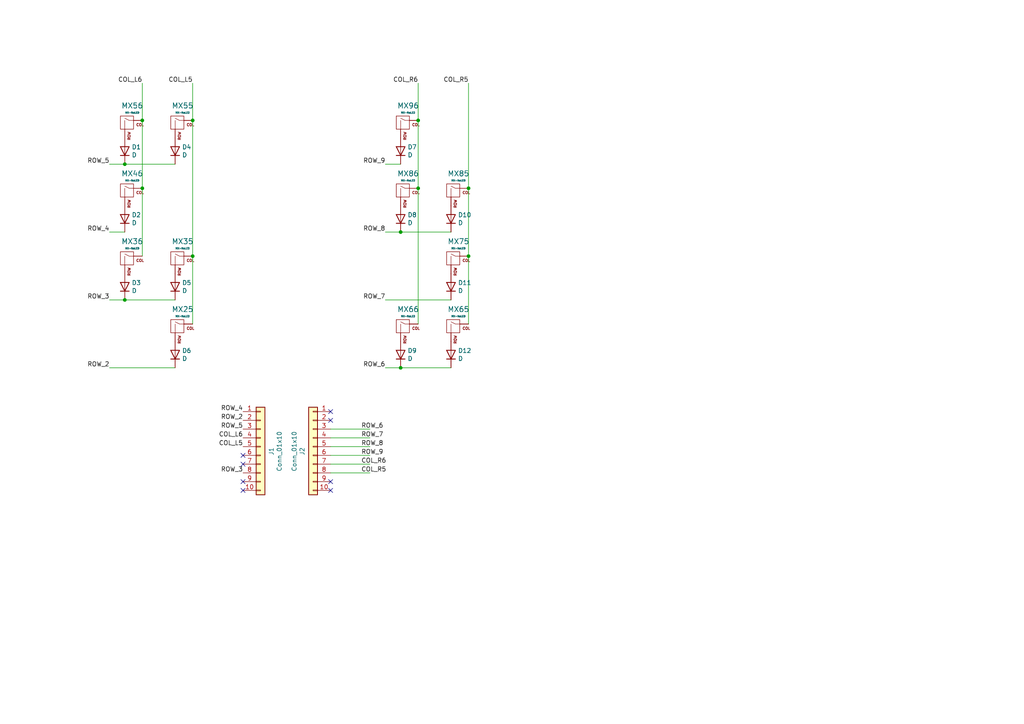
<source format=kicad_sch>
(kicad_sch (version 20250114) (generator "eeschema") (generator_version "9.0")
  (paper "A4")
  (title_block (title "PillzMod thumb cluster PCB") (date "2024-03-13") (rev "1") (company "dcpedit"))
  (lib_symbols
    (symbol "Device:D" (pin_numbers (hide yes)) (pin_names (offset 1.016) (hide yes))
      (property "Reference" "D" (at 0 2.54 0))
      (property "Value" "D" (at 0 -2.54 0))
      (symbol "D_0_1"
        (polyline (pts (xy -1.27 1.27) (xy -1.27 -1.27)) (stroke (width 0.254)))
        (polyline (pts (xy 1.27 1.27) (xy 1.27 -1.27) (xy -1.27 0) (xy 1.27 1.27)) (stroke (width 0.254)))
        (polyline (pts (xy 1.27 0) (xy -1.27 0)))
      )
      (symbol "D_1_1"
        (pin passive line (at -3.81 0 0) (length 2.54) (name "K") (number "1"))
        (pin passive line (at 3.81 0 180) (length 2.54) (name "A") (number "2"))
      )
    )
    (symbol "MX_Alps_Hybrid:MX-NoLED" (pin_names (offset 1.016))
      (property "Reference" "MX" (at -0.635 3.81 0))
      (property "Value" "MX-NoLED" (at -0.635 1.27 0))
      (symbol "MX-NoLED_0_0"
        (rectangle (start -2.54 2.54) (end 1.27 -1.27))
        (polyline (pts (xy -1.27 -1.27) (xy -1.27 1.27)) (stroke (width 0.127)))
        (polyline (pts (xy 1.27 1.27) (xy 0 1.27) (xy -1.27 1.905)) (stroke (width 0.127)))
        (text "ROW" (at 0 -1.905 900) (effects (font (size 0.762 0.762)) (justify right)))
        (text "COL" (at 3.175 0 0) (effects (font (size 0.762 0.762))))
      )
      (symbol "MX-NoLED_1_1"
        (pin passive line (at -1.27 -3.81 90) (length 2.54) (name "ROW") (number "2"))
        (pin passive line (at 3.81 1.27 180) (length 2.54) (name "COL") (number "1"))
      )
    )
    (symbol "kicad_port-rescue:Conn_01x10-Connector_Generic" (pin_names (offset 1.016) (hide yes))
      (property "Reference" "J" (at 0 12.7 0))
      (property "Value" "kicad_port-rescue_Conn_01x10-Connector_Generic" (at 0 -15.24 0))
      (symbol "Conn_01x10-Connector_Generic_1_1"
        (rectangle (start -1.27 11.43) (end 1.27 -13.97) (stroke (width 0.254)) (fill (type background)))
        (rectangle (start -1.27 10.287) (end 0 10.033) (stroke (width 0.1524)))
        (rectangle (start -1.27 7.747) (end 0 7.493) (stroke (width 0.1524)))
        (rectangle (start -1.27 5.207) (end 0 4.953) (stroke (width 0.1524)))
        (rectangle (start -1.27 2.667) (end 0 2.413) (stroke (width 0.1524)))
        (rectangle (start -1.27 0.127) (end 0 -0.127) (stroke (width 0.1524)))
        (rectangle (start -1.27 -2.413) (end 0 -2.667) (stroke (width 0.1524)))
        (rectangle (start -1.27 -4.953) (end 0 -5.207) (stroke (width 0.1524)))
        (rectangle (start -1.27 -7.493) (end 0 -7.747) (stroke (width 0.1524)))
        (rectangle (start -1.27 -10.033) (end 0 -10.287) (stroke (width 0.1524)))
        (rectangle (start -1.27 -12.573) (end 0 -12.827) (stroke (width 0.1524)))
        (pin passive line (at -5.08 10.16 0) (length 3.81) (name "Pin_1") (number "1"))
        (pin passive line (at -5.08 7.62 0) (length 3.81) (name "Pin_2") (number "2"))
        (pin passive line (at -5.08 5.08 0) (length 3.81) (name "Pin_3") (number "3"))
        (pin passive line (at -5.08 2.54 0) (length 3.81) (name "Pin_4") (number "4"))
        (pin passive line (at -5.08 0 0) (length 3.81) (name "Pin_5") (number "5"))
        (pin passive line (at -5.08 -2.54 0) (length 3.81) (name "Pin_6") (number "6"))
        (pin passive line (at -5.08 -5.08 0) (length 3.81) (name "Pin_7") (number "7"))
        (pin passive line (at -5.08 -7.62 0) (length 3.81) (name "Pin_8") (number "8"))
        (pin passive line (at -5.08 -10.16 0) (length 3.81) (name "Pin_9") (number "9"))
        (pin passive line (at -5.08 -12.7 0) (length 3.81) (name "Pin_10") (number "10"))
      )
    )
  )
  (junction (at 55.88 34.925))
  (junction (at 36.195 86.995))
  (junction (at 41.275 34.925))
  (junction (at 41.275 54.61))
  (junction (at 135.89 54.61))
  (junction (at 36.195 47.625))
  (junction (at 121.285 34.925))
  (junction (at 121.285 54.61))
  (junction (at 135.89 74.295))
  (junction (at 116.205 67.31))
  (junction (at 55.88 74.295))
  (junction (at 116.205 106.68))
  (no_connect (at 95.885 139.7))
  (no_connect (at 70.485 139.7))
  (no_connect (at 70.485 142.24))
  (no_connect (at 95.885 119.38))
  (no_connect (at 70.485 132.08))
  (no_connect (at 95.885 142.24))
  (no_connect (at 95.885 121.92))
  (no_connect (at 70.485 134.62))
  (wire (pts (xy 31.75 86.995) (xy 36.195 86.995)))
  (wire (pts (xy 41.275 54.61) (xy 41.275 74.295)))
  (wire (pts (xy 135.89 24.13) (xy 135.89 54.61)))
  (wire (pts (xy 111.76 67.31) (xy 116.205 67.31)))
  (wire (pts (xy 31.75 47.625) (xy 36.195 47.625)))
  (wire (pts (xy 55.88 24.13) (xy 55.88 34.925)))
  (wire (pts (xy 121.285 54.61) (xy 121.285 93.98)))
  (wire (pts (xy 55.88 74.295) (xy 55.88 93.98)))
  (wire (pts (xy 55.88 34.925) (xy 55.88 74.295)))
  (wire (pts (xy 31.75 106.68) (xy 50.8 106.68)))
  (wire (pts (xy 95.885 129.54) (xy 107.315 129.54)))
  (wire (pts (xy 111.76 47.625) (xy 116.205 47.625)))
  (wire (pts (xy 41.275 24.13) (xy 41.275 34.925)))
  (wire (pts (xy 135.89 54.61) (xy 135.89 74.295)))
  (wire (pts (xy 95.885 127) (xy 107.315 127)))
  (wire (pts (xy 41.275 34.925) (xy 41.275 54.61)))
  (wire (pts (xy 111.76 86.995) (xy 130.81 86.995)))
  (wire (pts (xy 36.195 47.625) (xy 50.8 47.625)))
  (wire (pts (xy 95.885 132.08) (xy 107.315 132.08)))
  (wire (pts (xy 36.195 86.995) (xy 50.8 86.995)))
  (wire (pts (xy 95.885 124.46) (xy 107.315 124.46)))
  (wire (pts (xy 121.285 34.925) (xy 121.285 54.61)))
  (wire (pts (xy 95.885 137.16) (xy 107.315 137.16)))
  (wire (pts (xy 121.285 24.13) (xy 121.285 34.925)))
  (wire (pts (xy 135.89 74.295) (xy 135.89 93.98)))
  (wire (pts (xy 31.75 67.31) (xy 36.195 67.31)))
  (wire (pts (xy 111.76 106.68) (xy 116.205 106.68)))
  (wire (pts (xy 116.205 67.31) (xy 130.81 67.31)))
  (wire (pts (xy 95.885 134.62) (xy 107.315 134.62)))
  (wire (pts (xy 116.205 106.68) (xy 130.81 106.68)))
  (label "COL_R6" (at 121.285 24.13 180))
  (label "COL_L5" (at 55.88 24.13 180))
  (label "COL_L6" (at 70.485 127 180))
  (label "ROW_3" (at 31.75 86.995 180))
  (label "COL_R6" (at 104.775 134.62 0))
  (label "ROW_6" (at 104.775 124.46 0))
  (label "ROW_9" (at 104.775 132.08 0))
  (label "ROW_3" (at 70.485 137.16 180))
  (label "COL_L6" (at 41.275 24.13 180))
  (label "ROW_7" (at 104.775 127 0))
  (label "ROW_4" (at 70.485 119.38 180))
  (label "ROW_5" (at 70.485 124.46 180))
  (label "ROW_6" (at 111.76 106.68 180))
  (label "COL_L5" (at 70.485 129.54 180))
  (label "ROW_2" (at 70.485 121.92 180))
  (label "ROW_7" (at 111.76 86.995 180))
  (label "ROW_2" (at 31.75 106.68 180))
  (label "ROW_9" (at 111.76 47.625 180))
  (label "ROW_4" (at 31.75 67.31 180))
  (label "ROW_8" (at 111.76 67.31 180))
  (label "ROW_8" (at 104.775 129.54 0))
  (label "COL_R5" (at 104.775 137.16 0))
  (label "ROW_5" (at 31.75 47.625 180))
  (label "COL_R5" (at 135.89 24.13 180))
  (symbol (lib_id "Device:D") (at 36.195 63.5 90) (unit 1)
    (property "Reference" "D2" (at 38.2016 62.3316 90) (effects (justify right)))
    (property "Value" "D" (at 38.2016 64.643 90) (effects (justify right)))
    (property "Footprint" "Diode_SMD:D_SOD-323_HandSoldering" (effects (hide yes)))
  )
  (symbol (lib_id "Device:D") (at 36.195 43.815 90) (unit 1)
    (property "Reference" "D1" (at 38.2016 42.6466 90) (effects (justify right)))
    (property "Value" "D" (at 38.2016 44.958 90) (effects (justify right)))
    (property "Footprint" "Diode_SMD:D_SOD-323_HandSoldering" (effects (hide yes)))
  )
  (symbol (lib_id "Device:D") (at 116.205 63.5 90) (unit 1)
    (property "Reference" "D8" (at 118.2116 62.3316 90) (effects (justify right)))
    (property "Value" "D" (at 118.2116 64.643 90) (effects (justify right)))
    (property "Footprint" "Diode_SMD:D_SOD-323_HandSoldering" (effects (hide yes)))
  )
  (symbol (lib_id "Device:D") (at 130.81 63.5 90) (unit 1)
    (property "Reference" "D10" (at 132.8166 62.3316 90) (effects (justify right)))
    (property "Value" "D" (at 132.8166 64.643 90) (effects (justify right)))
    (property "Footprint" "Diode_SMD:D_SOD-323_HandSoldering" (effects (hide yes)))
  )
  (symbol (lib_id "MX_Alps_Hybrid:MX-NoLED") (at 117.475 55.88 0) (unit 1)
    (property "Reference" "MX86" (at 118.3702 50.3444 0) (effects (font (size 1.524 1.524))))
    (property "Value" "MX-NoLED" (at 118.3702 52.3599 0) (effects (font (size 0.508 0.508))))
  )
  (symbol (lib_id "Device:D") (at 130.81 102.87 90) (unit 1)
    (property "Reference" "D12" (at 132.8166 101.7016 90) (effects (justify right)))
    (property "Value" "D" (at 132.8166 104.013 90) (effects (justify right)))
    (property "Footprint" "Diode_SMD:D_SOD-323_HandSoldering" (effects (hide yes)))
  )
  (symbol (lib_id "Device:D") (at 116.205 43.815 90) (unit 1)
    (property "Reference" "D7" (at 118.2116 42.6466 90) (effects (justify right)))
    (property "Value" "D" (at 118.2116 44.958 90) (effects (justify right)))
    (property "Footprint" "Diode_SMD:D_SOD-323_HandSoldering" (effects (hide yes)))
  )
  (symbol (lib_id "Device:D") (at 50.8 102.87 90) (unit 1)
    (property "Reference" "D6" (at 52.8066 101.7016 90) (effects (justify right)))
    (property "Value" "D" (at 52.8066 104.013 90) (effects (justify right)))
    (property "Footprint" "Diode_SMD:D_SOD-323_HandSoldering" (effects (hide yes)))
  )
  (symbol (lib_id "Device:D") (at 50.8 83.185 90) (unit 1)
    (property "Reference" "D5" (at 52.8066 82.0166 90) (effects (justify right)))
    (property "Value" "D" (at 52.8066 84.328 90) (effects (justify right)))
    (property "Footprint" "Diode_SMD:D_SOD-323_HandSoldering" (effects (hide yes)))
  )
  (symbol (lib_id "MX_Alps_Hybrid:MX-NoLED") (at 52.07 95.25 0) (unit 1)
    (property "Reference" "MX25" (at 52.9652 89.7144 0) (effects (font (size 1.524 1.524))))
    (property "Value" "MX-NoLED" (at 52.9652 91.7299 0) (effects (font (size 0.508 0.508))))
  )
  (symbol (lib_id "MX_Alps_Hybrid:MX-NoLED") (at 132.08 75.565 0) (unit 1)
    (property "Reference" "MX75" (at 132.9752 70.0294 0) (effects (font (size 1.524 1.524))))
    (property "Value" "MX-NoLED" (at 132.9752 72.0449 0) (effects (font (size 0.508 0.508))))
  )
  (symbol (lib_id "MX_Alps_Hybrid:MX-NoLED") (at 132.08 95.25 0) (unit 1)
    (property "Reference" "MX65" (at 132.9752 89.7144 0) (effects (font (size 1.524 1.524))))
    (property "Value" "MX-NoLED" (at 132.9752 91.7299 0) (effects (font (size 0.508 0.508))))
  )
  (symbol (lib_id "Device:D") (at 36.195 83.185 90) (unit 1)
    (property "Reference" "D3" (at 38.2016 82.0166 90) (effects (justify right)))
    (property "Value" "D" (at 38.2016 84.328 90) (effects (justify right)))
    (property "Footprint" "Diode_SMD:D_SOD-323_HandSoldering" (effects (hide yes)))
  )
  (symbol (lib_id "Device:D") (at 130.81 83.185 90) (unit 1)
    (property "Reference" "D11" (at 132.8166 82.0166 90) (effects (justify right)))
    (property "Value" "D" (at 132.8166 84.328 90) (effects (justify right)))
    (property "Footprint" "Diode_SMD:D_SOD-323_HandSoldering" (effects (hide yes)))
  )
  (symbol (lib_id "MX_Alps_Hybrid:MX-NoLED") (at 37.465 75.565 0) (unit 1)
    (property "Reference" "MX36" (at 38.3602 70.0294 0) (effects (font (size 1.524 1.524))))
    (property "Value" "MX-NoLED" (at 38.3602 72.0449 0) (effects (font (size 0.508 0.508))))
  )
  (symbol (lib_id "kicad_port-rescue:Conn_01x10-Connector_Generic") (at 90.805 129.54 0) (mirror y) (unit 1)
    (property "Reference" "J2" (at 87.6554 130.9116 90))
    (property "Value" "Conn_01x10" (at 85.344 130.9116 90))
    (property "Footprint" "Pin_Headers:Pin_Header_Straight_1x10_Pitch2.54mm" (effects (hide yes)))
  )
  (symbol (lib_id "MX_Alps_Hybrid:MX-NoLED") (at 52.07 36.195 0) (unit 1)
    (property "Reference" "MX55" (at 52.9652 30.6594 0) (effects (font (size 1.524 1.524))))
    (property "Value" "MX-NoLED" (at 52.9652 32.6749 0) (effects (font (size 0.508 0.508))))
  )
  (symbol (lib_id "MX_Alps_Hybrid:MX-NoLED") (at 132.08 55.88 0) (unit 1)
    (property "Reference" "MX85" (at 132.9752 50.3444 0) (effects (font (size 1.524 1.524))))
    (property "Value" "MX-NoLED" (at 132.9752 52.3599 0) (effects (font (size 0.508 0.508))))
  )
  (symbol (lib_id "MX_Alps_Hybrid:MX-NoLED") (at 37.465 55.88 0) (unit 1)
    (property "Reference" "MX46" (at 38.3602 50.3444 0) (effects (font (size 1.524 1.524))))
    (property "Value" "MX-NoLED" (at 38.3602 52.3599 0) (effects (font (size 0.508 0.508))))
  )
  (symbol (lib_id "MX_Alps_Hybrid:MX-NoLED") (at 117.475 36.195 0) (unit 1)
    (property "Reference" "MX96" (at 118.3702 30.6594 0) (effects (font (size 1.524 1.524))))
    (property "Value" "MX-NoLED" (at 118.3702 32.6749 0) (effects (font (size 0.508 0.508))))
  )
  (symbol (lib_id "Device:D") (at 116.205 102.87 90) (unit 1)
    (property "Reference" "D9" (at 118.2116 101.7016 90) (effects (justify right)))
    (property "Value" "D" (at 118.2116 104.013 90) (effects (justify right)))
    (property "Footprint" "Diode_SMD:D_SOD-323_HandSoldering" (effects (hide yes)))
  )
  (symbol (lib_id "MX_Alps_Hybrid:MX-NoLED") (at 117.475 95.25 0) (unit 1)
    (property "Reference" "MX66" (at 118.3702 89.7144 0) (effects (font (size 1.524 1.524))))
    (property "Value" "MX-NoLED" (at 118.3702 91.7299 0) (effects (font (size 0.508 0.508))))
  )
  (symbol (lib_id "MX_Alps_Hybrid:MX-NoLED") (at 37.465 36.195 0) (unit 1)
    (property "Reference" "MX56" (at 38.3602 30.6594 0) (effects (font (size 1.524 1.524))))
    (property "Value" "MX-NoLED" (at 38.3602 32.6749 0) (effects (font (size 0.508 0.508))))
  )
  (symbol (lib_id "Device:D") (at 50.8 43.815 90) (unit 1)
    (property "Reference" "D4" (at 52.8066 42.6466 90) (effects (justify right)))
    (property "Value" "D" (at 52.8066 44.958 90) (effects (justify right)))
    (property "Footprint" "Diode_SMD:D_SOD-323_HandSoldering" (effects (hide yes)))
  )
  (symbol (lib_id "MX_Alps_Hybrid:MX-NoLED") (at 52.07 75.565 0) (unit 1)
    (property "Reference" "MX35" (at 52.9652 70.0294 0) (effects (font (size 1.524 1.524))))
    (property "Value" "MX-NoLED" (at 52.9652 72.0449 0) (effects (font (size 0.508 0.508))))
  )
  (symbol (lib_id "kicad_port-rescue:Conn_01x10-Connector_Generic") (at 75.565 129.54 0) (unit 1)
    (property "Reference" "J1" (at 78.7146 130.9116 90))
    (property "Value" "Conn_01x10" (at 81.026 130.9116 90))
    (property "Footprint" "Pin_Headers:Pin_Header_Straight_1x10_Pitch2.54mm" (effects (hide yes)))
  )
)
</source>
